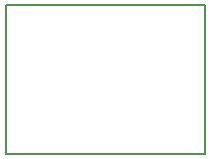
<source format=gbr>
G04 DipTrace 3.0.0.2*
G04 BoardOutline.gbr*
%MOIN*%
G04 #@! TF.FileFunction,Profile*
G04 #@! TF.Part,Single*
%ADD11C,0.005512*%
%FSLAX26Y26*%
G04*
G70*
G90*
G75*
G01*
G04 BoardOutline*
%LPD*%
X394016Y892835D2*
D11*
X1059370D1*
Y394016D1*
X394016D1*
Y892835D1*
M02*

</source>
